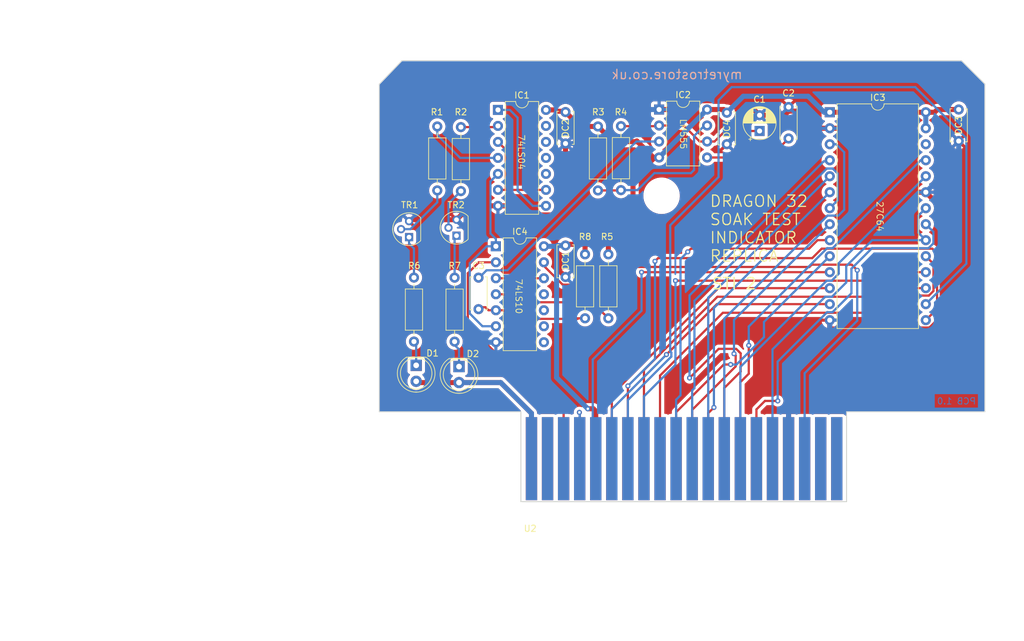
<source format=kicad_pcb>
(kicad_pcb (version 20221018) (generator pcbnew)
  (title_block (title "Soak Test Card") (rev "1.0") (company "myretrostore.co.uk"))
  (layers (0 "F.Cu" signal) (31 "B.Cu" signal) (34 "B.Paste" user) (35 "F.Paste" user) (36 "B.SilkS" user "B.Silkscreen") (37 "F.SilkS" user "F.Silkscreen") (38 "B.Mask" user) (39 "F.Mask" user) (44 "Edge.Cuts" user))
  (net 0 "")
  (net 1 "GND")
  (net 2 "Net-(IC2-THR)")
  (net 6 "Net-(U2-CART)")
  (net 8 "+12V")
  (net 9 "Net-(D1-K)")
  (net 10 "Net-(D2-K)")
  (net 11 "/A6")
  (net 12 "/A7")
  (net 17 "/A5")
  (net 18 "/A3")
  (net 19 "/A1")
  (net 20 "/D0")
  (net 21 "/D1")
  (net 22 "/D2")
  (net 23 "/D3")
  (net 24 "/D4")
  (net 25 "/D5")
  (net 26 "/D6")
  (net 27 "/D7")
  (net 28 "/A0")
  (net 29 "/A2")
  (net 30 "/A4")
  (net 31 "Net-(IC2-CV)")
  (net 32 "/A8")
  (net 33 "/A10")
  (net 34 "/R2")
  (net 35 "VCC")
  (net 36 "/P2")
  (net 37 "Net-(IC2-DIS)")
  (net 38 "Net-(IC2-Q)")
  (net 39 "Net-(IC1-Pad3)")
  (net 40 "/A9")
  (net 41 "/RESET")
  (net 42 "Net-(IC1-Pad1)")
  (net 43 "Net-(IC1-Pad2)")
  (net 44 "Net-(IC1-Pad4)")
  (net 45 "Net-(IC1-Pad5)")
  (net 50 "Net-(IC4-Pad12)")
  (net 55 "Net-(IC4-Pad4)")
  (net 56 "Net-(TR1-B)")
  (net 57 "Net-(TR2-B)")
  (net 58 "Net-(TR1-C)")
  (net 59 "Net-(TR2-C)")
  (net 63 "Net-(C3-Pad2)")
  (footprint "Package_DIP:DIP-14_W7.62mm" (layer "F.Cu") (at 60.55 66.12)
    (fp_text reference "IC4")
    (fp_text value "74LS10")
  )
  (footprint "Expansion:Dragon 32" (layer "F.Cu") (at 66 111.45)
    (fp_text reference "U2")
    (fp_text value "~")
  )
  (footprint "LED_THT:LED_D5.0mm" (layer "F.Cu") (at 47.9 85.025 -90)
    (fp_text reference "D1")
    (fp_text value "Red")
  )
  (footprint "Package_DIP:DIP-28_W15.24mm" (layer "F.Cu") (at 113.538 44.831)
    (fp_text reference "IC3")
    (fp_text value "27C64")
  )
  (footprint "Capacitor_THT:C_Disc_D5.0mm_W2.5mm_P5.00mm" (layer "F.Cu") (at 71.6 66 -90)
    (fp_text reference "DC1")
    (fp_text value "100n")
  )
  (footprint "Capacitor_THT:C_Disc_D5.0mm_W2.5mm_P5.00mm" (layer "F.Cu") (at 71.6 44.8 -90)
    (fp_text reference "DC2")
    (fp_text value "100n")
  )
  (footprint "Resistor_THT:R_Axial_DIN0207_L6.3mm_D2.5mm_P10.16mm_Horizontal" (layer "F.Cu") (at 55 57.35 90)
    (fp_text reference "R2")
    (fp_text value "3k3")
  )
  (footprint "Resistor_THT:R_Axial_DIN0207_L6.3mm_D2.5mm_P10.16mm_Horizontal" (layer "F.Cu") (at 78.4 67.4 -90)
    (fp_text reference "R5")
    (fp_text value "3k3")
  )
  (footprint "Package_TO_SOT_THT:TO-92" (layer "F.Cu") (at 46.77 64.67 90)
    (fp_text reference "TR1")
    (fp_text value "BC237")
  )
  (footprint "MountingHole:MountingHole_5.3mm_M5" (layer "F.Cu") (at 86.85 58.1)
    (fp_text reference "REF**" hide)
    (fp_text value "MountingHole_5.3mm_M5")
  )
  (footprint "Capacitor_THT:C_Disc_D5.0mm_W2.5mm_P5.00mm" (layer "F.Cu") (at 107 49 90)
    (fp_text reference "C2")
    (fp_text value "10n")
  )
  (footprint "Resistor_THT:R_Axial_DIN0207_L6.3mm_D2.5mm_P10.16mm_Horizontal" (layer "F.Cu") (at 54 81.26 90)
    (fp_text reference "R7")
    (fp_text value "3k3")
  )
  (footprint "Package_DIP:DIP-8_W7.62mm" (layer "F.Cu") (at 86.45 44.4)
    (fp_text reference "IC2")
    (fp_text value "LM555xN")
  )
  (footprint "Resistor_THT:R_Axial_DIN0207_L6.3mm_D2.5mm_P10.16mm_Horizontal" (layer "F.Cu") (at 47.55 81.25 90)
    (fp_text reference "R6")
    (fp_text value "3k3")
  )
  (footprint "Capacitor_THT:CP_Radial_D5.0mm_P2.50mm" (layer "F.Cu") (at 102.4 47.8051 90)
    (fp_text reference "C1")
    (fp_text value "10u")
  )
  (footprint "Resistor_THT:R_Axial_DIN0207_L6.3mm_D2.5mm_P10.16mm_Horizontal" (layer "F.Cu") (at 74.7 77.56 90)
    (fp_text reference "R8")
    (fp_text value "3k3")
  )
  (footprint "Package_DIP:DIP-14_W7.62mm" (layer "F.Cu") (at 60.88 44.46)
    (fp_text reference "IC1")
    (fp_text value "74LS04")
  )
  (footprint "Package_TO_SOT_THT:TO-92" (layer "F.Cu") (at 54.3 64.44 90)
    (fp_text reference "TR2")
    (fp_text value "BC237")
  )
  (footprint "Capacitor_THT:C_Disc_D5.0mm_W2.5mm_P5.00mm" (layer "F.Cu") (at 57.8 71.1 -90)
    (fp_text reference "C3")
    (fp_text value "10n")
  )
  (footprint "Resistor_THT:R_Axial_DIN0207_L6.3mm_D2.5mm_P10.16mm_Horizontal" (layer "F.Cu") (at 80.4 57.2 90)
    (fp_text reference "R4")
    (fp_text value "1k")
  )
  (footprint "Capacitor_THT:C_Disc_D5.0mm_W2.5mm_P5.00mm" (layer "F.Cu") (at 97.2 44.9 -90)
    (fp_text reference "DC4")
    (fp_text value "100n")
  )
  (footprint "LED_THT:LED_D5.0mm" (layer "F.Cu") (at 54.7 85.225 -90)
    (fp_text reference "D2")
    (fp_text value "Greem")
  )
  (footprint "Capacitor_THT:C_Disc_D5.0mm_W2.5mm_P5.00mm" (layer "F.Cu") (at 134 44.4 -90)
    (fp_text reference "DC3")
    (fp_text value "100n")
  )
  (footprint "Resistor_THT:R_Axial_DIN0207_L6.3mm_D2.5mm_P10.16mm_Horizontal" (layer "F.Cu") (at 76.75 57.25 90)
    (fp_text reference "R3")
    (fp_text value "100k")
  )
  (footprint "Resistor_THT:R_Axial_DIN0207_L6.3mm_D2.5mm_P10.16mm_Horizontal" (layer "F.Cu") (at 51.25 57.25 90)
    (fp_text reference "R1")
    (fp_text value "3k3")
  )
  (gr_line (start 138.15 92.4) (end 116.205 92.4) (stroke (width 0.15)) (layer "Edge.Cuts"))
  (gr_line (start 116.205 92.4) (end 116.205 106.68) (stroke (width 0.15)) (layer "Edge.Cuts"))
  (gr_line (start 64.516 92.4) (end 42.05 92.4) (stroke (width 0.15)) (layer "Edge.Cuts"))
  (gr_line (start 116.205 106.68) (end 64.516 106.68) (stroke (width 0.15)) (layer "Edge.Cuts"))
  (gr_line (start 45.65 36.65) (end 134.45 36.65) (stroke (width 0.15)) (layer "Edge.Cuts"))
  (gr_line (start 138.15 40.35) (end 138.15 92.4) (stroke (width 0.15)) (layer "Edge.Cuts"))
  (gr_line (start 42.05 92.4) (end 42.05 40.386) (stroke (width 0.15)) (layer "Edge.Cuts"))
  (gr_line (start 134.45 36.65) (end 138.15 40.35) (stroke (width 0.15)) (layer "Edge.Cuts"))
  (gr_line (start 64.516 106.68) (end 64.516 92.4) (stroke (width 0.15)) (layer "Edge.Cuts"))
  (gr_line (start 42.05 40.386) (end 45.65 36.65) (stroke (width 0.15)) (layer "Edge.Cuts"))
  (gr_text "PCB ${REVISION}" (at 136.8 91.3) (layer "B.Cu") (effects (font (size 1 1) (thickness 0.125)) (justify left bottom mirror)))
  (gr_text "${COMPANY}" (at 99.8 39.7) (layer "B.SilkS") (effects (font (size 1.5 1.5) (thickness 0.1875)) (justify left bottom mirror)))
  (gr_text "DRAGON 32\nSOAK TEST\nINDICATOR \nREPLICA" (at 94.4 68.7) (layer "F.SilkS") (effects (font (size 1.8 1.8) (thickness 0.1875)) (justify left bottom)))
  (gr_text "74LS04" (at 64 48.3 -90) (layer "F.SilkS") (effects (font (size 1 1) (thickness 0.125)) (justify left bottom)))
  (gr_text "74LS10" (at 63.6 71.2 270) (layer "F.SilkS") (effects (font (size 1 1) (thickness 0.125)) (justify left bottom)))
  (gr_text "27C64" (at 120.9 58.9 270) (layer "F.SilkS") (effects (font (size 1 1) (thickness 0.125)) (justify left bottom)))
  (gr_text "STI 2" (at 94.7 73.1) (layer "F.SilkS") (effects (font (size 1.8 1.8) (thickness 0.225)) (justify left bottom)))
  (gr_text "LM555" (at 89.7 45.8 270) (layer "F.SilkS") (effects (font (size 1 1) (thickness 0.125)) (justify left bottom)))
  (segment (start 100.0948 42.9999) (end 89.2502 42.9999) (width 0.8) (layer "F.Cu") (net 1))
  (segment (start 107 99.85) (end 107 85.7891) (width 0.8) (layer "F.Cu") (net 1))
  (segment (start 71.6 49.8) (end 71.6 59.4254) (width 0.8) (layer "F.Cu") (net 1))
  (segment (start 63.7205 61.1404) (end 62.2801 59.7) (width 0.8) (layer "F.Cu") (net 1))
  (segment (start 46.77 62.13) (end 47 61.9) (width 0.8) (layer "F.Cu") (net 1))
  (segment (start 113.538 47.371) (end 112.1379 47.371) (width 0.8) (layer "F.Cu") (net 1))
  (segment (start 117.2179 47.371) (end 127.3779 57.531) (width 0.8) (layer "F.Cu") (net 1))
  (segment (start 107 85.7891) (end 113.538 79.2511) (width 0.8) (layer "F.Cu") (net 1))
  (segment (start 60.88 59.7) (end 62.2801 59.7) (width 0.8) (layer "F.Cu") (net 1))
  (segment (start 56.5 59.7) (end 60.88 59.7) (width 0.8) (layer "F.Cu") (net 1))
  (segment (start 102.4 45.3051) (end 106.3474 45.3051) (width 0.8) (layer "F.Cu") (net 1))
  (segment (start 128.778 57.531) (end 127.3779 57.531) (width 0.8) (layer "F.Cu") (net 1))
  (segment (start 107 44) (end 107 44.6525) (width 0.8) (layer "F.Cu") (net 1))
  (segment (start 131.379 60.132) (end 131.379 77.3114) (width 0.8) (layer "F.Cu") (net 1))
  (segment (start 54.3 61.9) (end 56.5 59.7) (width 0.8) (layer "F.Cu") (net 1))
  (segment (start 128.778 57.531) (end 131.379 60.132) (width 0.8) (layer "F.Cu") (net 1))
  (segment (start 102.4 45.3051) (end 100.0948 42.9999) (width 0.8) (layer "F.Cu") (net 1))
  (segment (start 86.45 44.4) (end 87.8501 44.4) (width 0.8) (layer "F.Cu") (net 1))
  (segment (start 69.885 69.285) (end 71.6 71) (width 0.8) (layer "F.Cu") (net 1))
  (segment (start 71.6 59.4254) (end 69.885 61.1404) (width 0.8) (layer "F.Cu") (net 1))
  (segment (start 129.4393 79.2511) (end 113.538 79.2511) (width 0.8) (layer "F.Cu") (net 1))
  (segment (start 113.538 47.371) (end 117.2179 47.371) (width 0.8) (layer "F.Cu") (net 1))
  (segment (start 69.885 61.1404) (end 69.885 69.285) (width 0.8) (layer "F.Cu") (net 1))
  (segment (start 89.2502 42.9999) (end 87.8501 44.4) (width 0.8) (layer "F.Cu") (net 1))
  (segment (start 109.4194 44.6525) (end 112.1379 47.371) (width 0.8) (layer "F.Cu") (net 1))
  (segment (start 131.379 77.3114) (end 129.4393 79.2511) (width 0.8) (layer "F.Cu") (net 1))
  (segment (start 113.538 77.851) (end 113.538 79.2511) (width 0.8) (layer "F.Cu") (net 1))
  (segment (start 69.885 61.1404) (end 63.7205 61.1404) (width 0.8) (layer "F.Cu") (net 1))
  (segment (start 107 44.6525) (end 109.4194 44.6525) (width 0.8) (layer "F.Cu") (net 1))
  (segment (start 106.3474 45.3051) (end 107 44.6525) (width 0.8) (layer "F.Cu") (net 1))
  (segment (start 47 61.9) (end 54.3 61.9) (width 0.8) (layer "F.Cu") (net 1))
  (segment (start 55.4 77.752) (end 55.4 67.55) (width 0.8) (layer "B.Cu") (net 1))
  (segment (start 60.55 81.36) (end 59.008 81.36) (width 0.8) (layer "B.Cu") (net 1))
  (segment (start 86.45 44.4) (end 85.0499 44.4) (width 0.8) (layer "B.Cu") (net 1))
  (segment (start 107 85.7891) (end 113.538 79.2511) (width 0.8) (layer "B.Cu") (net 1))
  (segment (start 59.008 81.36) (end 55.4 77.752) (width 0.8) (layer "B.Cu") (net 1))
  (segment (start 113.538 77.851) (end 113.538 79.2511) (width 0.8) (layer "B.Cu") (net 1))
  (segment (start 134 52.309) (end 128.778 57.531) (width 0.8) (layer "B.Cu") (net 1))
  (segment (start 97.2 49.9) (end 101.7949 45.3051) (width 0.8) (layer "B.Cu") (net 1))
  (segment (start 79.6499 49.8) (end 85.0499 44.4) (width 0.8) (layer "B.Cu") (net 1))
  (segment (start 56.35 66.6) (end 56.35 63.95) (width 0.8) (layer "B.Cu") (net 1))
  (segment (start 71.6 49.8) (end 79.6499 49.8) (width 0.8) (layer "B.Cu") (net 1))
  (segment (start 56.35 63.95) (end 54.3 61.9) (width 0.8) (layer "B.Cu") (net 1))
  (segment (start 55.4 67.55) (end 56.35 66.6) (width 0.8) (layer "B.Cu") (net 1))
  (segment (start 134 49.4) (end 134 52.309) (width 0.8) (layer "B.Cu") (net 1))
  (segment (start 101.7949 45.3051) (end 102.4 45.3051) (width 0.8) (layer "B.Cu") (net 1))
  (segment (start 107 99.85) (end 107 85.7891) (width 0.8) (layer "B.Cu") (net 1))
  (segment (start 80.4 47.04) (end 86.35 47.04) (width 0.35) (layer "F.Cu") (net 2))
  (segment (start 92.8949 49.48) (end 90.3549 46.94) (width 0.35) (layer "F.Cu") (net 2))
  (segment (start 94.07 49.48) (end 95.2451 49.48) (width 0.35) (layer "F.Cu") (net 2))
  (segment (start 94.07 49.48) (end 92.8949 49.48) (width 0.35) (layer "F.Cu") (net 2))
  (segment (start 90.3549 46.94) (end 86.45 46.94) (width 0.35) (layer "F.Cu") (net 2))
  (segment (start 86.35 47.04) (end 86.45 46.94) (width 0.35) (layer "F.Cu") (net 2))
  (segment (start 102.4 47.8051) (end 96.92 47.8051) (width 0.35) (layer "F.Cu") (net 2))
  (segment (start 96.92 47.8051) (end 95.2451 49.48) (width 0.35) (layer "F.Cu") (net 2))
  (segment (start 73.85 92.55) (end 73.8 92.5) (width 0.35) (layer "F.Cu") (net 6))
  (segment (start 73.85 92.8749) (end 73.8699 92.8749) (width 0.35) (layer "F.Cu") (net 6))
  (segment (start 73.85 99.85) (end 73.85 92.8749) (width 0.35) (layer "F.Cu") (net 6))
  (segment (start 73.85 99.85) (end 73.85 92.55) (width 0.35) (layer "F.Cu") (net 6))
  (via (at 73.8 92.5) (size 0.8) (drill 0.4) (layers "F.Cu" "B.Cu") (net 6))
  (segment (start 73.85 99.85) (end 73.85 92.55) (width 0.35) (layer "B.Cu") (net 6))
  (segment (start 73.85 99.85) (end 73.85 92.8749) (width 0.35) (layer "B.Cu") (net 6))
  (segment (start 73.85 92.8749) (end 73.8699 92.8749) (width 0.35) (layer "B.Cu") (net 6))
  (segment (start 73.85 92.55) (end 73.8 92.5) (width 0.35) (layer "B.Cu") (net 6))
  (segment (start 61.3151 87.765) (end 66.2 92.6499) (width 0.8) (layer "F.Cu") (net 8))
  (segment (start 66.2 99.85) (end 66.2 92.6499) (width 0.8) (layer "F.Cu") (net 8))
  (segment (start 47.9 87.565) (end 48.1 87.765) (width 0.8) (layer "F.Cu") (net 8))
  (segment (start 48.1 87.765) (end 54.7 87.765) (width 0.8) (layer "F.Cu") (net 8))
  (segment (start 54.7 87.765) (end 61.3151 87.765) (width 0.8) (layer "F.Cu") (net 8))
  (segment (start 61.3151 87.765) (end 66.2 92.6499) (width 0.8) (layer "B.Cu") (net 8))
  (segment (start 66.2 99.85) (end 66.2 92.6499) (width 0.8) (layer "B.Cu") (net 8))
  (segment (start 54.7 87.765) (end 61.3151 87.765) (width 0.8) (layer "B.Cu") (net 8))
  (segment (start 47.55 81.25) (end 47.9 81.6) (width 0.35) (layer "B.Cu") (net 9))
  (segment (start 47.9 81.6) (end 47.9 85.025) (width 0.35) (layer "B.Cu") (net 9))
  (segment (start 54.7 82.5) (end 54.7 85.225) (width 0.35) (layer "B.Cu") (net 10))
  (segment (start 54 81.8) (end 54.7 82.5) (width 0.35) (layer "B.Cu") (net 10))
  (segment (start 54 81.26) (end 54 81.8) (width 0.35) (layer "B.Cu") (net 10))
  (segment (start 99.18555 82.91445) (end 98.6791 82.408) (width 0.35) (layer "F.Cu") (net 11))
  (segment (start 99.4 86.02) (end 99.4 83.1289) (width 0.35) (layer "F.Cu") (net 11))
  (segment (start 99.4 83.1289) (end 99.18555 82.91445) (width 0.35) (layer "F.Cu") (net 11))
  (segment (start 95.9085 82.408) (end 91.285 87.0315) (width 0.35) (layer "F.Cu") (net 11))
  (segment (start 96.8 99.85) (end 96.8 88.62) (width 0.35) (layer "F.Cu") (net 11))
  (segment (start 99.21 86.21) (end 99.4 86.02) (width 0.35) (layer "F.Cu") (net 11))
  (segment (start 96.8 88.62) (end 99.21 86.21) (width 0.35) (layer "F.Cu") (net 11))
  (segment (start 98.6791 82.408) (end 95.9085 82.408) (width 0.35) (layer "F.Cu") (net 11))
  (via (at 91.285 87.0315) (size 0.8) (drill 0.4) (layers "F.Cu" "B.Cu") (net 11))
  (segment (start 91.285 87.0315) (end 91.285 73.914) (width 0.35) (layer "B.Cu") (net 11))
  (segment (start 113.3615 52.6275) (end 112.5715 52.6275) (width 0.35) (layer "B.Cu") (net 11))
  (segment (start 113.538 52.451) (end 113.3615 52.6275) (width 0.35) (layer "B.Cu") (net 11))
  (segment (start 91.285 73.914) (end 112.5715 52.6275) (width 0.35) (layer "B.Cu") (net 11))
  (segment (start 114.554 49.911) (end 113.538 49.911) (width 0.35) (layer "B.Cu") (net 12))
  (segment (start 96.8 99.85) (end 96.8 77.6191) (width 0.35) (layer "B.Cu") (net 12))
  (segment (start 114.903 61.246) (end 115.824 60.325) (width 0.35) (layer "B.Cu") (net 12))
  (segment (start 113.1731 61.246) (end 114.903 61.246) (width 0.35) (layer "B.Cu") (net 12))
  (segment (start 115.824 51.181) (end 114.554 49.911) (width 0.35) (layer "B.Cu") (net 12))
  (segment (start 96.8 77.6191) (end 113.1731 61.246) (width 0.35) (layer "B.Cu") (net 12))
  (segment (start 115.824 60.325) (end 115.824 51.181) (width 0.35) (layer "B.Cu") (net 12))
  (segment (start 94.25 74.279) (end 94.25 99.85) (width 0.35) (layer "B.Cu") (net 17))
  (segment (start 113.538 54.991) (end 94.25 74.279) (width 0.35) (layer "B.Cu") (net 17))
  (segment (start 114.774 58.835) (end 113.538 60.071) (width 0.35) (layer "B.Cu") (net 18))
  (segment (start 91.7 89.0061) (end 92.0601 88.646) (width 0.35) (layer "B.Cu") (net 18))
  (segment (start 92.0601 88.646) (end 92.0601 74.7827) (width 0.35) (layer "B.Cu") (net 18))
  (segment (start 113.9996 53.7726) (end 114.774 54.547) (width 0.35) (layer "B.Cu") (net 18))
  (segment (start 113.0702 53.7726) (end 113.9996 53.7726) (width 0.35) (layer "B.Cu") (net 18))
  (segment (start 114.774 54.547) (end 114.774 58.835) (width 0.35) (layer "B.Cu") (net 18))
  (segment (start 91.7 99.85) (end 91.7 89.0061) (width 0.35) (layer "B.Cu") (net 18))
  (segment (start 92.0601 74.7827) (end 113.0702 53.7726) (width 0.35) (layer "B.Cu") (net 18))
  (segment (start 91.5 66.5) (end 91 67) (width 0.35) (layer "F.Cu") (net 19))
  (segment (start 113.538 65.151) (end 111.599 65.151) (width 0.35) (layer "F.Cu") (net 19))
  (segment (start 111.599 65.151) (end 110.25 66.5) (width 0.35) (layer "F.Cu") (net 19))
  (segment (start 110.25 66.5) (end 91.5 66.5) (width 0.35) (layer "F.Cu") (net 19))
  (via (at 91 67) (size 0.8) (drill 0.4) (layers "F.Cu" "B.Cu") (net 19))
  (segment (start 89.8495 68.1505) (end 91 67) (width 0.35) (layer "B.Cu") (net 19))
  (segment (start 89.8495 89.789) (end 89.8495 68.3126) (width 0.35) (layer "B.Cu") (net 19))
  (segment (start 89.15 99.85) (end 89.15 90.4885) (width 0.35) (layer "B.Cu") (net 19))
  (segment (start 89.8495 68.3126) (end 89.8495 68.1505) (width 0.35) (layer "B.Cu") (net 19))
  (segment (start 89.15 90.4885) (end 89.8495 89.789) (width 0.35) (layer "B.Cu") (net 19))
  (segment (start 113.538 70.231) (end 83.6663 70.231) (width 0.35) (layer "F.Cu") (net 20))
  (via (at 83.6663 70.231) (size 0.8) (drill 0.4) (layers "F.Cu" "B.Cu") (net 20))
  (segment (start 83.6663 76.3537) (end 83.6663 70.231) (width 0.35) (layer "B.Cu") (net 20))
  (segment (start 76.4 99.85) (end 75.925 99.375) (width 0.35) (layer "B.Cu") (net 20))
  (segment (start 75.925 99.375) (end 75.925 84.095) (width 0.35) (layer "B.Cu") (net 20))
  (segment (start 75.925 84.095) (end 83.6663 76.3537) (width 0.35) (layer "B.Cu") (net 20))
  (segment (start 78.95 89.6857) (end 95.8647 72.771) (width 0.35) (layer "F.Cu") (net 21))
  (segment (start 95.8647 72.771) (end 113.538 72.771) (width 0.35) (layer "F.Cu") (net 21))
  (segment (start 78.95 99.85) (end 78.95 89.6857) (width 0.35) (layer "F.Cu") (net 21))
  (segment (start 95.6219 75.311) (end 113.538 75.311) (width 0.35) (layer "F.Cu") (net 22))
  (segment (start 87.6169 83.316) (end 95.6219 75.311) (width 0.35) (layer "F.Cu") (net 22))
  (via (at 87.6169 83.316) (size 0.8) (drill 0.4) (layers "F.Cu" "B.Cu") (net 22))
  (segment (start 78.95 91.9829) (end 87.6169 83.316) (width 0.35) (layer "B.Cu") (net 22))
  (segment (start 78.95 99.85) (end 78.95 91.9829) (width 0.35) (layer "B.Cu") (net 22))
  (segment (start 128.778 77.851) (end 130.5703 76.0587) (width 0.35) (layer "F.Cu") (net 23))
  (segment (start 129.8203 66.5) (end 112.25 66.5) (width 0.35) (layer "F.Cu") (net 23))
  (segment (start 130.5703 67.25) (end 129.8203 66.5) (width 0.35) (layer "F.Cu") (net 23))
  (segment (start 110.75 68) (end 86.2939 68) (width 0.35) (layer "F.Cu") (net 23))
  (segment (start 112.25 66.5) (end 110.75 68) (width 0.35) (layer "F.Cu") (net 23))
  (segment (start 130.5703 76.0587) (end 130.5703 67.25) (width 0.35) (layer "F.Cu") (net 23))
  (segment (start 86.2939 68) (end 85.7979 68.496) (width 0.35) (layer "F.Cu") (net 23))
  (segment (start 81.5 99.85) (end 81.5 88.3015) (width 0.35) (layer "F.Cu") (net 23))
  (via (at 85.7979 68.496) (size 0.8) (drill 0.4) (layers "F.Cu" "B.Cu") (net 23))
  (via (at 81.5 88.3015) (size 0.8) (drill 0.4) (layers "F.Cu" "B.Cu") (net 23))
  (segment (start 85.7979 68.496) (end 85.7979 84.0036) (width 0.35) (layer "B.Cu") (net 23))
  (segment (start 85.7979 84.0036) (end 81.5 88.3015) (width 0.35) (layer "B.Cu") (net 23))
  (segment (start 81.5 90.5291) (end 88.392 83.6371) (width 0.35) (layer "B.Cu") (net 24))
  (segment (start 95.885 55.115) (end 95.885 42.926) (width 0.35) (layer "B.Cu") (net 24))
  (segment (start 88.2151 62.7849) (end 95.885 55.115) (width 0.35) (layer "B.Cu") (net 24))
  (segment (start 95.885 42.926) (end 97.97 40.841) (width 0.35) (layer "B.Cu") (net 24))
  (segment (start 88.392 82.995) (end 88.2151 82.8181) (width 0.35) (layer "B.Cu") (net 24))
  (segment (start 127.1129 40.841) (end 135.2152 48.9433) (width 0.35) (layer "B.Cu") (net 24))
  (segment (start 88.2151 82.8181) (end 88.2151 62.7849) (width 0.35) (layer "B.Cu") (net 24))
  (segment (start 88.392 83.6371) (end 88.392 82.995) (width 0.35) (layer "B.Cu") (net 24))
  (segment (start 135.2152 48.9433) (end 135.2152 68.8738) (width 0.35) (layer "B.Cu") (net 24))
  (segment (start 135.2152 68.8738) (end 128.778 75.311) (width 0.35) (layer "B.Cu") (net 24))
  (segment (start 81.5 99.85) (end 81.5 90.5291) (width 0.35) (layer "B.Cu") (net 24))
  (segment (start 97.97 40.841) (end 127.1129 40.841) (width 0.35) (layer "B.Cu") (net 24))
  (segment (start 124.4795 74.1325) (end 125.841 72.771) (width 0.35) (layer "F.Cu") (net 25))
  (segment (start 125.841 72.771) (end 128.778 72.771) (width 0.35) (layer "F.Cu") (net 25))
  (segment (start 84.05 85.7864) (end 95.7039 74.1325) (width 0.35) (layer "F.Cu") (net 25))
  (segment (start 84.05 99.85) (end 84.05 85.7864) (width 0.35) (layer "F.Cu") (net 25))
  (segment (start 95.7039 74.1325) (end 124.4795 74.1325) (width 0.35) (layer "F.Cu") (net 25))
  (segment (start 125.6835 70.231) (end 124.333 71.5815) (width 0.35) (layer "F.Cu") (net 26))
  (segment (start 128.778 70.231) (end 125.6835 70.231) (width 0.35) (layer "F.Cu") (net 26))
  (segment (start 124.333 71.5815) (end 89.0489 71.5815) (width 0.35) (layer "F.Cu") (net 26))
  (via (at 89.0489 71.5815) (size 0.8) (drill 0.4) (layers "F.Cu" "B.Cu") (net 26))
  (segment (start 84.05 89.95) (end 89.0488 84.9512) (width 0.35) (layer "B.Cu") (net 26))
  (segment (start 84.05 99.85) (end 84.05 89.95) (width 0.35) (layer "B.Cu") (net 26))
  (segment (start 89.0488 84.9512) (end 89.0488 71.5815) (width 0.35) (layer "B.Cu") (net 26))
  (segment (start 89.0488 71.5815) (end 89.0489 71.5815) (width 0.35) (layer "B.Cu") (net 26))
  (segment (start 129.9972 73.213501) (end 129.9972 68.9102) (width 0.35) (layer "F.Cu") (net 27))
  (segment (start 127.8837 73.9462) (end 129.264501 73.9462) (width 0.35) (layer "F.Cu") (net 27))
  (segment (start 129.264501 73.9462) (end 129.9972 73.213501) (width 0.35) (layer "F.Cu") (net 27))
  (segment (start 86.6 99.85) (end 86.6 86.65) (width 0.35) (layer "F.Cu") (net 27))
  (segment (start 125.154 76.6759) (end 127.8837 73.9462) (width 0.35) (layer "F.Cu") (net 27))
  (segment (start 129.9972 68.9102) (end 128.778 67.691) (width 0.35) (layer "F.Cu") (net 27))
  (segment (start 96.5741 76.6759) (end 125.154 76.6759) (width 0.35) (layer "F.Cu") (net 27))
  (segment (start 86.6 86.65) (end 96.5741 76.6759) (width 0.35) (layer "F.Cu") (net 27))
  (segment (start 96.7145 84.8955) (end 97.8051 84.8955) (width 0.35) (layer "F.Cu") (net 28))
  (segment (start 89.15 92.46) (end 96.7145 84.8955) (width 0.35) (layer "F.Cu") (net 28))
  (segment (start 89.15 99.85) (end 89.15 92.46) (width 0.35) (layer "F.Cu") (net 28))
  (via (at 97.8051 84.8955) (size 0.8) (drill 0.4) (layers "F.Cu" "B.Cu") (net 28))
  (segment (start 103.0965 80.539) (end 98.74 84.8955) (width 0.35) (layer "B.Cu") (net 28))
  (segment (start 113.538 67.691) (end 103.0965 78.1325) (width 0.35) (layer "B.Cu") (net 28))
  (segment (start 98.74 84.8955) (end 97.8051 84.8955) (width 0.35) (layer "B.Cu") (net 28))
  (segment (start 103.0965 78.1325) (end 103.0965 80.539) (width 0.35) (layer "B.Cu") (net 28))
  (segment (start 98.3395 83.187) (end 98.6033 83.4508) (width 0.35) (layer "F.Cu") (net 29))
  (segment (start 91.7 92.0969) (end 91.7 92.8749) (width 0.35) (layer "F.Cu") (net 29))
  (segment (start 91.7 99.85) (end 91.7 92.8749) (width 0.35) (layer "F.Cu") (net 29))
  (segment (start 98.6033 83.4508) (end 98.6033 85.1936) (width 0.35) (layer "F.Cu") (net 29))
  (segment (start 98.6033 85.1936) (end 91.7 92.0969) (width 0.35) (layer "F.Cu") (net 29))
  (via (at 98.3395 83.187) (size 0.8) (drill 0.4) (layers "F.Cu" "B.Cu") (net 29))
  (segment (start 113.538 62.611) (end 98.3395 77.8095) (width 0.35) (layer "B.Cu") (net 29))
  (segment (start 98.3395 77.8095) (end 98.3395 83.187) (width 0.35) (layer "B.Cu") (net 29))
  (segment (start 94.25 99.85) (end 94.25 92.6182) (width 0.35) (layer "F.Cu") (net 30))
  (segment (start 94.25 92.6182) (end 95.1515 91.7167) (width 0.35) (layer "F.Cu") (net 30))
  (via (at 95.1515 91.7167) (size 0.8) (drill 0.4) (layers "F.Cu" "B.Cu") (net 30))
  (segment (start 113.538 57.531) (end 95.1515 75.9175) (width 0.35) (layer "B.Cu") (net 30))
  (segment (start 95.1515 75.9175) (end 95.1515 91.7167) (width 0.35) (layer "B.Cu") (net 30))
  (segment (start 94.07 52.02) (end 103.98 52.02) (width 0.35) (layer "F.Cu") (net 31))
  (segment (start 103.98 52.02) (end 107 49) (width 0.35) (layer "F.Cu") (net 31))
  (segment (start 99.35 99.85) (end 99.35 87.6923) (width 0.35) (layer "F.Cu") (net 32))
  (segment (start 100.6823 81.8569) (end 100.6824 81.8569) (width 0.35) (layer "F.Cu") (net 32))
  (segment (start 99.35 87.6923) (end 100.6823 86.36) (width 0.35) (layer "F.Cu") (net 32))
  (segment (start 100.6823 86.36) (end 100.6823 81.8569) (width 0.35) (layer "F.Cu") (net 32))
  (via (at 100.6824 81.8569) (size 0.8) (drill 0.4) (layers "F.Cu" "B.Cu") (net 32))
  (segment (start 100.6824 78.8558) (end 100.6824 81.8569) (width 0.35) (layer "B.Cu") (net 32))
  (segment (start 127.9681 52.451) (end 113.9981 66.421) (width 0.35) (layer "B.Cu") (net 32))
  (segment (start 113.9981 66.421) (end 113.1172 66.421) (width 0.35) (layer "B.Cu") (net 32))
  (segment (start 128.778 52.451) (end 127.9681 52.451) (width 0.35) (layer "B.Cu") (net 32))
  (segment (start 113.1172 66.421) (end 100.6824 78.8558) (width 0.35) (layer "B.Cu") (net 32))
  (segment (start 101.9 99.85) (end 101.9 92.029) (width 0.35) (layer "F.Cu") (net 33))
  (segment (start 101.9 92.029) (end 103.251 90.678) (width 0.35) (layer "F.Cu") (net 33))
  (segment (start 103.251 90.678) (end 105.283 90.678) (width 0.35) (layer "F.Cu") (net 33))
  (via (at 105.283 90.678) (size 0.8) (drill 0.4) (layers "F.Cu" "B.Cu") (net 33))
  (segment (start 113.9785 76.581) (end 116.9759 73.5836) (width 0.35) (layer "B.Cu") (net 33))
  (segment (start 129.9859 63.8189) (end 128.778 62.611) (width 0.35) (layer "B.Cu") (net 33))
  (segment (start 105.2697 88.9) (end 105.2697 84.4297) (width 0.35) (layer "B.Cu") (net 33))
  (segment (start 120.2355 66.421) (end 129.2099 66.421) (width 0.35) (layer "B.Cu") (net 33))
  (segment (start 105.2697 84.4297) (end 113.1184 76.581) (width 0.35) (layer "B.Cu") (net 33))
  (segment (start 105.2697 88.9) (end 105.2697 90.6647) (width 0.35) (layer "B.Cu") (net 33))
  (segment (start 129.9859 65.645) (end 129.9859 63.8189) (width 0.35) (layer "B.Cu") (net 33))
  (segment (start 116.9759 73.5836) (end 116.9759 69.6806) (width 0.35) (layer "B.Cu") (net 33))
  (segment (start 129.2099 66.421) (end 129.9859 65.645) (width 0.35) (layer "B.Cu") (net 33))
  (segment (start 116.9759 69.6806) (end 120.2355 66.421) (width 0.35) (layer "B.Cu") (net 33))
  (segment (start 113.1184 76.581) (end 113.9785 76.581) (width 0.35) (layer "B.Cu") (net 33))
  (segment (start 105.2697 90.6647) (end 105.283 90.678) (width 0.35) (layer "B.Cu") (net 33))
  (segment (start 104.45 82.494) (end 112.808 74.136) (width 0.35) (layer "B.Cu") (net 34))
  (segment (start 127.5838 63.9568) (end 127.5838 62.865) (width 0.35) (layer "B.Cu") (net 34))
  (segment (start 128.778 60.071) (end 127.5838 61.2652) (width 0.35) (layer "B.Cu") (net 34))
  (segment (start 128.778 65.151) (end 120.269 65.151) (width 0.35) (layer "B.Cu") (net 34))
  (segment (start 113.8854 74.136) (end 116.151 71.8704) (width 0.35) (layer "B.Cu") (net 34))
  (segment (start 127.5838 61.2652) (end 127.5838 62.865) (width 0.35) (layer "B.Cu") (net 34))
  (segment (start 128.778 65.151) (end 127.5838 63.9568) (width 0.35) (layer "B.Cu") (net 34))
  (segment (start 116.151 69.269) (end 119.71 65.71) (width 0.35) (layer "B.Cu") (net 34))
  (segment (start 120.269 65.151) (end 119.71 65.71) (width 0.35) (layer "B.Cu") (net 34))
  (segment (start 112.808 74.136) (end 113.8854 74.136) (width 0.35) (layer "B.Cu") (net 34))
  (segment (start 116.151 71.8704) (end 116.151 69.269) (width 0.35) (layer "B.Cu") (net 34))
  (segment (start 104.45 99.85) (end 104.45 82.494) (width 0.35) (layer "B.Cu") (net 34))
  (segment (start 76.75 47.09) (end 79.16 49.5) (width 0.8) (layer "F.Cu") (net 35))
  (segment (start 82.3114 55.4586) (end 82.3114 60.5386) (width 0.8) (layer "F.Cu") (net 35))
  (segment (start 71.6 44.675) (end 71.6 44.8) (width 0.8) (layer "F.Cu") (net 35))
  (segment (start 68.5 44.46) (end 69.9001 44.46) (width 0.8) (layer "F.Cu") (net 35))
  (segment (start 130.6091 44.4) (end 130.1781 44.831) (width 0.8) (layer "F.Cu") (net 35))
  (segment (start 70.1151 44.675) (end 69.9001 44.46) (width 0.8) (layer "F.Cu") (net 35))
  (segment (start 85.65 52.12) (end 82.915 49.385) (width 0.8) (layer "F.Cu") (net 35))
  (segment (start 129.4781 44.831) (end 130.1781 44.831) (width 0.8) (layer "F.Cu") (net 35))
  (segment (start 96.7 44.4) (end 97.2 44.9) (width 0.8) (layer "F.Cu") (net 35))
  (segment (start 76.0287 91.9287) (end 75.1398 91.9287) (width 0.8) (layer "F.Cu") (net 35))
  (segment (start 78.4 67.4) (end 78.4 65.8) (width 0.8) (layer "F.Cu") (net 35))
  (segment (start 128.778 44.831) (end 113.538 44.831) (width 0.8) (layer "F.Cu") (net 35))
  (segment (start 134 44.4) (end 130.6091 44.4) (width 0.8) (layer "F.Cu") (net 35))
  (segment (start 75.01 47.09) (end 76.75 47.09) (width 0.8) (layer "F.Cu") (net 35))
  (segment (start 71.6 44.675) (end 70.1151 44.675) (width 0.8) (layer "F.Cu") (net 35))
  (segment (start 76.4 92.3) (end 76.0287 91.9287) (width 0.8) (layer "F.Cu") (net 35))
  (segment (start 73.9 47.1) (end 75 47.1) (width 0.8) (layer "F.Cu") (net 35))
  (segment (start 85.65 52.12) (end 82.3114 55.4586) (width 0.8) (layer "F.Cu") (net 35))
  (segment (start 75 47.1) (end 75.01 47.09) (width 0.8) (layer "F.Cu") (net 35))
  (segment (start 76.4 99.85) (end 76.4 92.3) (width 0.8) (layer "F.Cu") (net 35))
  (segment (start 85.75 52.02) (end 85.65 52.12) (width 0.8) (layer "F.Cu") (net 35))
  (segment (start 94.07 44.4) (end 96.7 44.4) (width 0.8) (layer "F.Cu") (net 35))
  (segment (start 74.4 65.8) (end 71.8 65.8) (width 0.8) (layer "F.Cu") (net 35))
  (segment (start 79.16 49.5) (end 82.8 49.5) (width 0.8) (layer "F.Cu") (net 35))
  (segment (start 129.4781 44.831) (end 128.778 44.831) (width 0.8) (layer "F.Cu") (net 35))
  (segment (start 82.8 49.5) (end 82.915 49.385) (width 0.8) (layer "F.Cu") (net 35))
  (segment (start 82.3114 60.5386) (end 77.725 65.125) (width 0.8) (layer "F.Cu") (net 35))
  (segment (start 71.725 44.55) (end 71.6 44.675) (width 0.8) (layer "F.Cu") (net 35))
  (segment (start 71.8 65.8) (end 71.6 66) (width 0.8) (layer "F.Cu") (net 35))
  (segment (start 77.725 65.125) (end 77.05 65.8) (width 0.8) (layer "F.Cu") (net 35))
  (segment (start 78.4 65.8) (end 77.725 65.125) (width 0.8) (layer "F.Cu") (net 35))
  (segment (start 74.7 67.4) (end 74.7 66.1) (width 0.8) (layer "F.Cu") (net 35))
  (segment (start 86.45 52.02) (end 85.75 52.02) (width 0.8) (layer "F.Cu") (net 35))
  (segment (start 71.6 44.8) (end 73.9 47.1) (width 0.8) (layer "F.Cu") (net 35))
  (segment (start 75 65.8) (end 74.4 65.8) (width 0.8) (layer "F.Cu") (net 35))
  (segment (start 74.7 66.1) (end 75 65.8) (width 0.8) (layer "F.Cu") (net 35))
  (segment (start 75 65.8) (end 77.05 65.8) (width 0.8) (layer "F.Cu") (net 35))
  (via (at 75.1398 91.9287) (size 0.8) (drill 0.4) (layers "F.Cu" "B.Cu") (net 35))
  (segment (start 70.3028 66) (end 71.6 66) (width 0.8) (layer "B.Cu") (net 35))
  (segment (start 70.1828 66.12) (end 70.3028 66) (width 0.8) (layer "B.Cu") (net 35))
  (segment (start 113.538 44.831) (end 112.649 44.831) (width 0.8) (layer "B.Cu") (net 35))
  (segment (start 70.1828 86.9717) (end 70.1828 66.12) (width 0.8) (layer "B.Cu") (net 35))
  (segment (start 112.649 44.831) (end 110.109 42.291) (width 0.8) (layer "B.Cu") (net 35))
  (segment (start 94.07 44.4) (end 86.45 52.02) (width 0.8) (layer "B.Cu") (net 35))
  (segment (start 99.809 42.291) (end 97.2 44.9) (width 0.8) (layer "B.Cu") (net 35))
  (segment (start 128.778 44.831) (end 128.778 47.371) (width 0.8) (layer "B.Cu") (net 35))
  (segment (start 110.109 42.291) (end 99.809 42.291) (width 0.8) (layer "B.Cu") (net 35))
  (segment (start 75.1398 91.9287) (end 70.1828 86.9717) (width 0.8) (layer "B.Cu") (net 35))
  (segment (start 70.1828 66.12) (end 69.5701 66.12) (width 0.8) (layer "B.Cu") (net 35))
  (segment (start 68.17 66.12) (end 69.5701 66.12) (width 0.8) (layer "B.Cu") (net 35))
  (segment (start 68.17 68.66) (end 68.17 69.2376) (width 0.35) (layer "F.Cu") (net 36))
  (segment (start 75.342 72.2096) (end 78.1475 69.4041) (width 0.35) (layer "F.Cu") (net 36))
  (segment (start 117.0118 69.0372) (end 117.8969 69.9223) (width 0.35) (layer "F.Cu") (net 36))
  (segment (start 110.3034 69.4041) (end 110.6703 69.0372) (width 0.35) (layer "F.Cu") (net 36))
  (segment (start 78.1475 69.4041) (end 110.3034 69.4041) (width 0.35) (layer "F.Cu") (net 36))
  (segment (start 68.17 69.2376) (end 71.142 72.2096) (width 0.35) (layer "F.Cu") (net 36))
  (segment (start 110.6703 69.0372) (end 117.0118 69.0372) (width 0.35) (layer "F.Cu") (net 36))
  (segment (start 71.142 72.2096) (end 75.342 72.2096) (width 0.35) (layer "F.Cu") (net 36))
  (via (at 117.8969 69.9223) (size 0.8) (drill 0.4) (layers "F.Cu" "B.Cu") (net 36))
  (segment (start 109.55 86.284) (end 117.8969 77.9371) (width 0.35) (layer "B.Cu") (net 36))
  (segment (start 109.55 99.85) (end 109.55 86.284) (width 0.35) (layer "B.Cu") (net 36))
  (segment (start 117.8969 77.9371) (end 117.8969 69.9223) (width 0.35) (layer "B.Cu") (net 36))
  (segment (start 80.35 57.25) (end 80.4 57.2) (width 0.35) (layer "F.Cu") (net 37))
  (segment (start 76.75 57.25) (end 80.35 57.25) (width 0.35) (layer "F.Cu") (net 37))
  (segment (start 92 54) (end 92 48.601294) (width 0.35) (layer "B.Cu") (net 37))
  (segment (start 92 48.601294) (end 93.661293 46.94) (width 0.35) (layer "B.Cu") (net 37))
  (segment (start 93.661293 46.94) (end 94.07 46.94) (width 0.35) (layer "B.Cu") (net 37))
  (segment (start 91.49895 54.50105) (end 92 54) (width 0.35) (layer "B.Cu") (net 37))
  (segment (start 80.4 57.2) (end 83.0021 57.2) (width 0.35) (layer "B.Cu") (net 37))
  (segment (start 83.0021 57.2) (end 85.70105 54.50105) (width 0.35) (layer "B.Cu") (net 37))
  (segment (start 85.70105 54.50105) (end 91.49895 54.50105) (width 0.35) (layer "B.Cu") (net 37))
  (segment (start 82.8409 49.48) (end 62.3909 69.93) (width 0.35) (layer "B.Cu") (net 38))
  (segment (start 62.3909 69.93) (end 59.07 69.93) (width 0.35) (layer "B.Cu") (net 38))
  (segment (start 59.07 69.93) (end 58.2 70.8) (width 0.35) (layer "B.Cu") (net 38))
  (segment (start 86.45 49.48) (end 82.8409 49.48) (width 0.35) (layer "B.Cu") (net 38))
  (segment (start 68.5 57.16) (end 62.1064 57.16) (width 0.35) (layer "F.Cu") (net 39))
  (segment (start 62.1064 57.16) (end 60.88 57.16) (width 0.35) (layer "F.Cu") (net 39))
  (segment (start 62.1064 50.7664) (end 62.1064 57.16) (width 0.35) (layer "F.Cu") (net 39))
  (segment (start 60.88 49.54) (end 62.1064 50.7664) (width 0.35) (layer "F.Cu") (net 39))
  (segment (start 113.0347 71.5958) (end 99.35 85.2805) (width 0.35) (layer "B.Cu") (net 40))
  (segment (start 99.35 85.2805) (end 99.35 99.85) (width 0.35) (layer "B.Cu") (net 40))
  (segment (start 113.8352 71.5958) (end 113.0347 71.5958) (width 0.35) (layer "B.Cu") (net 40))
  (segment (start 114.9624 68.8066) (end 114.9624 70.4686) (width 0.35) (layer "B.Cu") (net 40))
  (segment (start 114.9624 70.4686) (end 113.8352 71.5958) (width 0.35) (layer "B.Cu") (net 40))
  (segment (start 128.778 54.991) (end 114.9624 68.8066) (width 0.35) (layer "B.Cu") (net 40))
  (segment (start 56.1 70.4) (end 56.1 78.6312) (width 0.35) (layer "F.Cu") (net 41))
  (segment (start 60.4259 82.9571) (end 61.6211 82.9571) (width 0.35) (layer "F.Cu") (net 41))
  (segment (start 61.6211 82.9571) (end 71.3 92.636) (width 0.35) (layer "F.Cu") (net 41))
  (segment (start 57.84 68.66) (end 56.1 70.4) (width 0.35) (layer "F.Cu") (net 41))
  (segment (start 56.1 78.6312) (end 60.4259 82.9571) (width 0.35) (layer "F.Cu") (net 41))
  (segment (start 60.55 68.66) (end 57.84 68.66) (width 0.35) (layer "F.Cu") (net 41))
  (segment (start 71.3 92.636) (end 71.3 99.85) (width 0.35) (layer "F.Cu") (net 41))
  (segment (start 60.88 44.46) (end 62.76 44.46) (width 0.35) (layer "B.Cu") (net 42))
  (segment (start 62.76 44.46) (end 64 45.7) (width 0.35) (layer "B.Cu") (net 42))
  (segment (start 64 57.3) (end 64 45.7) (width 0.35) (layer "B.Cu") (net 42))
  (segment (start 66.4 59.7) (end 64 57.3) (width 0.35) (layer "B.Cu") (net 42))
  (segment (start 68.5 59.7) (end 66.4 59.7) (width 0.35) (layer "B.Cu") (net 42))
  (segment (start 60.69 47.19) (end 60.88 47) (width 0.35) (layer "F.Cu") (net 43))
  (segment (start 55 47.19) (end 60.69 47.19) (width 0.35) (layer "F.Cu") (net 43))
  (segment (start 60.88 52.08) (end 54.88 52.08) (width 0.35) (layer "B.Cu") (net 44))
  (segment (start 51.25 48.45) (end 51.25 47.09) (width 0.35) (layer "B.Cu") (net 44))
  (segment (start 54.88 52.08) (end 51.25 48.45) (width 0.35) (layer "B.Cu") (net 44))
  (segment (start 60.55 64.9449) (end 60.55 66.12) (width 0.35) (layer "B.Cu") (net 45))
  (segment (start 60.88 54.62) (end 59.6883 55.8117) (width 0.35) (layer "B.Cu") (net 45))
  (segment (start 60.55 78.82) (end 58.42 78.82) (width 0.35) (layer "B.Cu") (net 45))
  (segment (start 59.6883 64.0832) (end 60.55 64.9449) (width 0.35) (layer "B.Cu") (net 45))
  (segment (start 56.4 68.8) (end 59.08 66.12) (width 0.35) (layer "B.Cu") (net 45))
  (segment (start 59.6883 55.8117) (end 59.6883 64.0832) (width 0.35) (layer "B.Cu") (net 45))
  (segment (start 58.42 78.82) (end 56.4 76.8) (width 0.35) (layer "B.Cu") (net 45))
  (segment (start 56.4 76.8) (end 56.4 68.8) (width 0.35) (layer "B.Cu") (net 45))
  (segment (start 59.08 66.12) (end 60.55 66.12) (width 0.35) (layer "B.Cu") (net 45))
  (segment (start 68.17 71.2) (end 60.55 71.2) (width 0.35) (layer "F.Cu") (net 50))
  (segment (start 76.85 76.01) (end 76.4 76.01) (width 0.35) (layer "F.Cu") (net 55))
  (segment (start 71.4 75.01) (end 72.4 76.01) (width 0.35) (layer "F.Cu") (net 55))
  (segment (start 76.4 76.01) (end 72.6 76.01) (width 0.35) (layer "F.Cu") (net 55))
  (segment (start 62.9951 75.01) (end 61.7251 73.74) (width 0.35) (layer "F.Cu") (net 55))
  (segment (start 71.4 75.01) (end 62.9951 75.01) (width 0.35) (layer "F.Cu") (net 55))
  (segment (start 78.4 77.56) (end 76.85 76.01) (width 0.35) (layer "F.Cu") (net 55))
  (segment (start 61.7251 73.74) (end 60.55 73.74) (width 0.35) (layer "F.Cu") (net 55))
  (segment (start 51.25 59.1283) (end 51.25 57.25) (width 0.35) (layer "B.Cu") (net 56))
  (segment (start 46.9783 63.4) (end 51.25 59.1283) (width 0.35) (layer "B.Cu") (net 56))
  (segment (start 45.5 63.4) (end 46.9783 63.4) (width 0.35) (layer "B.Cu") (net 56))
  (segment (start 53.03 63.17) (end 53.03 59.32) (width 0.35) (layer "B.Cu") (net 57))
  (segment (start 53.03 59.32) (end 55 57.35) (width 0.35) (layer "B.Cu") (net 57))
  (segment (start 47.55 71.09) (end 47.55 66.4751) (width 0.35) (layer "B.Cu") (net 58))
  (segment (start 46.77 65.6951) (end 46.77 64.67) (width 0.35) (layer "B.Cu") (net 58))
  (segment (start 47.55 66.4751) (end 46.77 65.6951) (width 0.35) (layer "B.Cu") (net 58))
  (segment (start 54 64.74) (end 54.3 64.44) (width 0.35) (layer "B.Cu") (net 59))
  (segment (start 54 71.1) (end 54 64.74) (width 0.35) (layer "B.Cu") (net 59))
  (segment (start 58.8949 75.8) (end 59.3749 76.28) (width 0.35) (layer "F.Cu") (net 63))
  (segment (start 60.55 76.28) (end 61.7251 76.28) (width 0.35) (layer "F.Cu") (net 63))
  (segment (start 73.4848 77.56) (end 73.4 77.6448) (width 0.35) (layer "F.Cu") (net 63))
  (segment (start 73.4 77.6448) (end 63.0899 77.6448) (width 0.35) (layer "F.Cu") (net 63))
  (segment (start 74.7 77.56) (end 73.4848 77.56) (width 0.35) (layer "F.Cu") (net 63))
  (segment (start 58.2 75.8) (end 58.8949 75.8) (width 0.35) (layer "F.Cu") (net 63))
  (segment (start 60.55 76.28) (end 59.3749 76.28) (width 0.35) (layer "F.Cu") (net 63))
  (segment (start 73.5448 77.6448) (end 73.4 77.6448) (width 0.35) (layer "F.Cu") (net 63))
  (segment (start 63.0899 77.6448) (end 61.7251 76.28) (width 0.35) (layer "F.Cu") (net 63))
  (zone (net 1) (net_name "GND") (layers "F&B.Cu") (connect_pads (clearance 0.5)) (min_thickness 0.25) (fill yes (thermal_gap 0.5) (thermal_bridge_width 0.5))
    (polygon (pts (xy 41 36) (xy 139 36) (xy 139 93) (xy 41 93)))
  )
)
</source>
